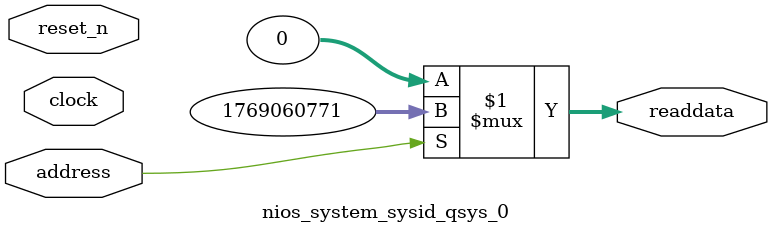
<source format=v>



// synthesis translate_off
`timescale 1ns / 1ps
// synthesis translate_on

// turn off superfluous verilog processor warnings 
// altera message_level Level1 
// altera message_off 10034 10035 10036 10037 10230 10240 10030 

module nios_system_sysid_qsys_0 (
               // inputs:
                address,
                clock,
                reset_n,

               // outputs:
                readdata
             )
;

  output  [ 31: 0] readdata;
  input            address;
  input            clock;
  input            reset_n;

  wire    [ 31: 0] readdata;
  //control_slave, which is an e_avalon_slave
  assign readdata = address ? 1769060771 : 0;

endmodule



</source>
